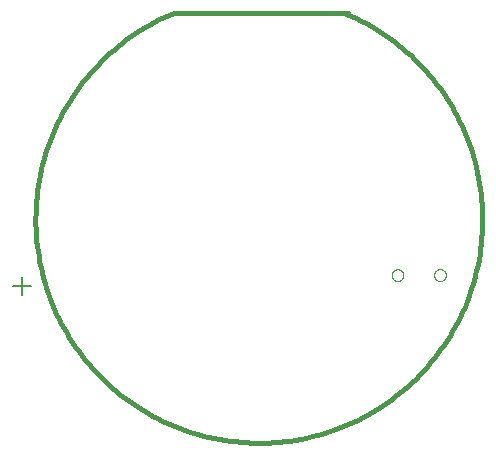
<source format=gbo>
G75*
%MOIN*%
%OFA0B0*%
%FSLAX25Y25*%
%IPPOS*%
%LPD*%
%AMOC8*
5,1,8,0,0,1.08239X$1,22.5*
%
%ADD10C,0.01600*%
%ADD11C,0.00800*%
%ADD12C,0.00000*%
D10*
X0059923Y0145895D02*
X0058243Y0145181D01*
X0056581Y0144427D01*
X0054938Y0143632D01*
X0053314Y0142797D01*
X0051712Y0141922D01*
X0050132Y0141008D01*
X0048574Y0140056D01*
X0047041Y0139066D01*
X0045532Y0138039D01*
X0044048Y0136975D01*
X0042591Y0135875D01*
X0041162Y0134740D01*
X0039761Y0133569D01*
X0038389Y0132365D01*
X0037047Y0131128D01*
X0035735Y0129858D01*
X0034455Y0128557D01*
X0033208Y0127224D01*
X0031993Y0125861D01*
X0030812Y0124469D01*
X0029666Y0123048D01*
X0028555Y0121600D01*
X0027480Y0120125D01*
X0026441Y0118624D01*
X0025439Y0117098D01*
X0024475Y0115548D01*
X0023549Y0113974D01*
X0022662Y0112379D01*
X0021815Y0110762D01*
X0021007Y0109125D01*
X0020240Y0107469D01*
X0019513Y0105794D01*
X0018828Y0104102D01*
X0018185Y0102394D01*
X0017583Y0100670D01*
X0017024Y0098933D01*
X0016508Y0097182D01*
X0016035Y0095419D01*
X0015605Y0093644D01*
X0015218Y0091860D01*
X0014876Y0090067D01*
X0014578Y0088266D01*
X0014324Y0086459D01*
X0014114Y0084645D01*
X0013949Y0082827D01*
X0013828Y0081006D01*
X0013752Y0079182D01*
X0013721Y0077357D01*
X0013734Y0075531D01*
X0013793Y0073707D01*
X0013896Y0071884D01*
X0014043Y0070065D01*
X0014235Y0068249D01*
X0014472Y0066439D01*
X0014753Y0064636D01*
X0015078Y0062839D01*
X0015447Y0061052D01*
X0015860Y0059273D01*
X0016316Y0057506D01*
X0016815Y0055750D01*
X0017357Y0054007D01*
X0017942Y0052278D01*
X0018569Y0050563D01*
X0019238Y0048865D01*
X0019948Y0047183D01*
X0020699Y0045519D01*
X0021491Y0043874D01*
X0022323Y0042249D01*
X0023194Y0040645D01*
X0024105Y0039063D01*
X0025054Y0037504D01*
X0026040Y0035968D01*
X0027065Y0034457D01*
X0028126Y0032972D01*
X0029223Y0031513D01*
X0030355Y0030081D01*
X0031523Y0028677D01*
X0032724Y0027303D01*
X0033958Y0025958D01*
X0035226Y0024644D01*
X0036525Y0023362D01*
X0037855Y0022112D01*
X0039215Y0020894D01*
X0040605Y0019711D01*
X0042023Y0018562D01*
X0043469Y0017448D01*
X0044942Y0016369D01*
X0046441Y0015327D01*
X0047965Y0014323D01*
X0049513Y0013355D01*
X0051085Y0012427D01*
X0052679Y0011536D01*
X0054294Y0010686D01*
X0055929Y0009875D01*
X0057584Y0009104D01*
X0059257Y0008374D01*
X0060948Y0007686D01*
X0062655Y0007039D01*
X0064377Y0006434D01*
X0066114Y0005871D01*
X0067864Y0005351D01*
X0069626Y0004875D01*
X0071399Y0004441D01*
X0073182Y0004051D01*
X0074975Y0003705D01*
X0076775Y0003403D01*
X0078582Y0003146D01*
X0080395Y0002932D01*
X0082213Y0002763D01*
X0084034Y0002639D01*
X0085858Y0002560D01*
X0087683Y0002525D01*
X0089508Y0002535D01*
X0091333Y0002589D01*
X0093156Y0002689D01*
X0094976Y0002832D01*
X0096791Y0003021D01*
X0098602Y0003254D01*
X0100406Y0003531D01*
X0102203Y0003853D01*
X0103992Y0004218D01*
X0105771Y0004627D01*
X0107539Y0005080D01*
X0109296Y0005575D01*
X0111040Y0006114D01*
X0112771Y0006695D01*
X0114486Y0007319D01*
X0116186Y0007984D01*
X0117869Y0008691D01*
X0119534Y0009439D01*
X0121181Y0010227D01*
X0122807Y0011056D01*
X0124413Y0011924D01*
X0125997Y0012832D01*
X0127558Y0013777D01*
X0129096Y0014761D01*
X0130609Y0015782D01*
X0132097Y0016840D01*
X0133558Y0017935D01*
X0134992Y0019064D01*
X0136398Y0020229D01*
X0137775Y0021427D01*
X0139122Y0022659D01*
X0140438Y0023924D01*
X0141723Y0025220D01*
X0142976Y0026548D01*
X0144196Y0027906D01*
X0145383Y0029293D01*
X0146535Y0030709D01*
X0147652Y0032153D01*
X0148733Y0033624D01*
X0149778Y0035121D01*
X0150786Y0036643D01*
X0151756Y0038189D01*
X0152688Y0039758D01*
X0153581Y0041350D01*
X0154435Y0042964D01*
X0155249Y0044598D01*
X0156023Y0046251D01*
X0156757Y0047923D01*
X0157449Y0049612D01*
X0158099Y0051318D01*
X0158707Y0053039D01*
X0159273Y0054774D01*
X0159797Y0056523D01*
X0160277Y0058284D01*
X0160714Y0060057D01*
X0161107Y0061839D01*
X0161457Y0063631D01*
X0161762Y0065430D01*
X0162024Y0067237D01*
X0162241Y0069050D01*
X0162413Y0070867D01*
X0162541Y0072688D01*
X0162625Y0074511D01*
X0162663Y0076337D01*
X0162657Y0078162D01*
X0162606Y0079987D01*
X0162510Y0081810D01*
X0162370Y0083630D01*
X0162185Y0085446D01*
X0161956Y0087257D01*
X0161682Y0089062D01*
X0161364Y0090859D01*
X0161003Y0092649D01*
X0160597Y0094428D01*
X0160148Y0096198D01*
X0159656Y0097956D01*
X0159121Y0099701D01*
X0158543Y0101432D01*
X0157923Y0103149D01*
X0157261Y0104851D01*
X0156557Y0106535D01*
X0155813Y0108202D01*
X0155028Y0109850D01*
X0154202Y0111478D01*
X0153337Y0113086D01*
X0152433Y0114671D01*
X0151490Y0116235D01*
X0150510Y0117774D01*
X0149491Y0119289D01*
X0148436Y0120779D01*
X0147345Y0122242D01*
X0146218Y0123679D01*
X0145057Y0125087D01*
X0143861Y0126466D01*
X0142632Y0127816D01*
X0141370Y0129135D01*
X0140076Y0130422D01*
X0138751Y0131678D01*
X0137396Y0132901D01*
X0136011Y0134090D01*
X0134597Y0135245D01*
X0133155Y0136365D01*
X0131687Y0137449D01*
X0130192Y0138497D01*
X0128672Y0139508D01*
X0127128Y0140481D01*
X0125560Y0141416D01*
X0123970Y0142313D01*
X0122358Y0143170D01*
X0120726Y0143987D01*
X0119074Y0144765D01*
X0117404Y0145501D01*
X0117798Y0145894D02*
X0059924Y0145894D01*
D11*
X0009329Y0057905D02*
X0009329Y0051767D01*
X0006260Y0054836D02*
X0012399Y0054836D01*
D12*
X0132443Y0058375D02*
X0132445Y0058463D01*
X0132451Y0058551D01*
X0132461Y0058639D01*
X0132475Y0058727D01*
X0132492Y0058813D01*
X0132514Y0058899D01*
X0132539Y0058983D01*
X0132569Y0059067D01*
X0132601Y0059149D01*
X0132638Y0059229D01*
X0132678Y0059308D01*
X0132722Y0059385D01*
X0132769Y0059460D01*
X0132819Y0059532D01*
X0132873Y0059603D01*
X0132929Y0059670D01*
X0132989Y0059736D01*
X0133051Y0059798D01*
X0133117Y0059858D01*
X0133184Y0059914D01*
X0133255Y0059968D01*
X0133327Y0060018D01*
X0133402Y0060065D01*
X0133479Y0060109D01*
X0133558Y0060149D01*
X0133638Y0060186D01*
X0133720Y0060218D01*
X0133804Y0060248D01*
X0133888Y0060273D01*
X0133974Y0060295D01*
X0134060Y0060312D01*
X0134148Y0060326D01*
X0134236Y0060336D01*
X0134324Y0060342D01*
X0134412Y0060344D01*
X0134500Y0060342D01*
X0134588Y0060336D01*
X0134676Y0060326D01*
X0134764Y0060312D01*
X0134850Y0060295D01*
X0134936Y0060273D01*
X0135020Y0060248D01*
X0135104Y0060218D01*
X0135186Y0060186D01*
X0135266Y0060149D01*
X0135345Y0060109D01*
X0135422Y0060065D01*
X0135497Y0060018D01*
X0135569Y0059968D01*
X0135640Y0059914D01*
X0135707Y0059858D01*
X0135773Y0059798D01*
X0135835Y0059736D01*
X0135895Y0059670D01*
X0135951Y0059603D01*
X0136005Y0059532D01*
X0136055Y0059460D01*
X0136102Y0059385D01*
X0136146Y0059308D01*
X0136186Y0059229D01*
X0136223Y0059149D01*
X0136255Y0059067D01*
X0136285Y0058983D01*
X0136310Y0058899D01*
X0136332Y0058813D01*
X0136349Y0058727D01*
X0136363Y0058639D01*
X0136373Y0058551D01*
X0136379Y0058463D01*
X0136381Y0058375D01*
X0136379Y0058287D01*
X0136373Y0058199D01*
X0136363Y0058111D01*
X0136349Y0058023D01*
X0136332Y0057937D01*
X0136310Y0057851D01*
X0136285Y0057767D01*
X0136255Y0057683D01*
X0136223Y0057601D01*
X0136186Y0057521D01*
X0136146Y0057442D01*
X0136102Y0057365D01*
X0136055Y0057290D01*
X0136005Y0057218D01*
X0135951Y0057147D01*
X0135895Y0057080D01*
X0135835Y0057014D01*
X0135773Y0056952D01*
X0135707Y0056892D01*
X0135640Y0056836D01*
X0135569Y0056782D01*
X0135497Y0056732D01*
X0135422Y0056685D01*
X0135345Y0056641D01*
X0135266Y0056601D01*
X0135186Y0056564D01*
X0135104Y0056532D01*
X0135020Y0056502D01*
X0134936Y0056477D01*
X0134850Y0056455D01*
X0134764Y0056438D01*
X0134676Y0056424D01*
X0134588Y0056414D01*
X0134500Y0056408D01*
X0134412Y0056406D01*
X0134324Y0056408D01*
X0134236Y0056414D01*
X0134148Y0056424D01*
X0134060Y0056438D01*
X0133974Y0056455D01*
X0133888Y0056477D01*
X0133804Y0056502D01*
X0133720Y0056532D01*
X0133638Y0056564D01*
X0133558Y0056601D01*
X0133479Y0056641D01*
X0133402Y0056685D01*
X0133327Y0056732D01*
X0133255Y0056782D01*
X0133184Y0056836D01*
X0133117Y0056892D01*
X0133051Y0056952D01*
X0132989Y0057014D01*
X0132929Y0057080D01*
X0132873Y0057147D01*
X0132819Y0057218D01*
X0132769Y0057290D01*
X0132722Y0057365D01*
X0132678Y0057442D01*
X0132638Y0057521D01*
X0132601Y0057601D01*
X0132569Y0057683D01*
X0132539Y0057767D01*
X0132514Y0057851D01*
X0132492Y0057937D01*
X0132475Y0058023D01*
X0132461Y0058111D01*
X0132451Y0058199D01*
X0132445Y0058287D01*
X0132443Y0058375D01*
X0146616Y0058375D02*
X0146618Y0058463D01*
X0146624Y0058551D01*
X0146634Y0058639D01*
X0146648Y0058727D01*
X0146665Y0058813D01*
X0146687Y0058899D01*
X0146712Y0058983D01*
X0146742Y0059067D01*
X0146774Y0059149D01*
X0146811Y0059229D01*
X0146851Y0059308D01*
X0146895Y0059385D01*
X0146942Y0059460D01*
X0146992Y0059532D01*
X0147046Y0059603D01*
X0147102Y0059670D01*
X0147162Y0059736D01*
X0147224Y0059798D01*
X0147290Y0059858D01*
X0147357Y0059914D01*
X0147428Y0059968D01*
X0147500Y0060018D01*
X0147575Y0060065D01*
X0147652Y0060109D01*
X0147731Y0060149D01*
X0147811Y0060186D01*
X0147893Y0060218D01*
X0147977Y0060248D01*
X0148061Y0060273D01*
X0148147Y0060295D01*
X0148233Y0060312D01*
X0148321Y0060326D01*
X0148409Y0060336D01*
X0148497Y0060342D01*
X0148585Y0060344D01*
X0148673Y0060342D01*
X0148761Y0060336D01*
X0148849Y0060326D01*
X0148937Y0060312D01*
X0149023Y0060295D01*
X0149109Y0060273D01*
X0149193Y0060248D01*
X0149277Y0060218D01*
X0149359Y0060186D01*
X0149439Y0060149D01*
X0149518Y0060109D01*
X0149595Y0060065D01*
X0149670Y0060018D01*
X0149742Y0059968D01*
X0149813Y0059914D01*
X0149880Y0059858D01*
X0149946Y0059798D01*
X0150008Y0059736D01*
X0150068Y0059670D01*
X0150124Y0059603D01*
X0150178Y0059532D01*
X0150228Y0059460D01*
X0150275Y0059385D01*
X0150319Y0059308D01*
X0150359Y0059229D01*
X0150396Y0059149D01*
X0150428Y0059067D01*
X0150458Y0058983D01*
X0150483Y0058899D01*
X0150505Y0058813D01*
X0150522Y0058727D01*
X0150536Y0058639D01*
X0150546Y0058551D01*
X0150552Y0058463D01*
X0150554Y0058375D01*
X0150552Y0058287D01*
X0150546Y0058199D01*
X0150536Y0058111D01*
X0150522Y0058023D01*
X0150505Y0057937D01*
X0150483Y0057851D01*
X0150458Y0057767D01*
X0150428Y0057683D01*
X0150396Y0057601D01*
X0150359Y0057521D01*
X0150319Y0057442D01*
X0150275Y0057365D01*
X0150228Y0057290D01*
X0150178Y0057218D01*
X0150124Y0057147D01*
X0150068Y0057080D01*
X0150008Y0057014D01*
X0149946Y0056952D01*
X0149880Y0056892D01*
X0149813Y0056836D01*
X0149742Y0056782D01*
X0149670Y0056732D01*
X0149595Y0056685D01*
X0149518Y0056641D01*
X0149439Y0056601D01*
X0149359Y0056564D01*
X0149277Y0056532D01*
X0149193Y0056502D01*
X0149109Y0056477D01*
X0149023Y0056455D01*
X0148937Y0056438D01*
X0148849Y0056424D01*
X0148761Y0056414D01*
X0148673Y0056408D01*
X0148585Y0056406D01*
X0148497Y0056408D01*
X0148409Y0056414D01*
X0148321Y0056424D01*
X0148233Y0056438D01*
X0148147Y0056455D01*
X0148061Y0056477D01*
X0147977Y0056502D01*
X0147893Y0056532D01*
X0147811Y0056564D01*
X0147731Y0056601D01*
X0147652Y0056641D01*
X0147575Y0056685D01*
X0147500Y0056732D01*
X0147428Y0056782D01*
X0147357Y0056836D01*
X0147290Y0056892D01*
X0147224Y0056952D01*
X0147162Y0057014D01*
X0147102Y0057080D01*
X0147046Y0057147D01*
X0146992Y0057218D01*
X0146942Y0057290D01*
X0146895Y0057365D01*
X0146851Y0057442D01*
X0146811Y0057521D01*
X0146774Y0057601D01*
X0146742Y0057683D01*
X0146712Y0057767D01*
X0146687Y0057851D01*
X0146665Y0057937D01*
X0146648Y0058023D01*
X0146634Y0058111D01*
X0146624Y0058199D01*
X0146618Y0058287D01*
X0146616Y0058375D01*
M02*

</source>
